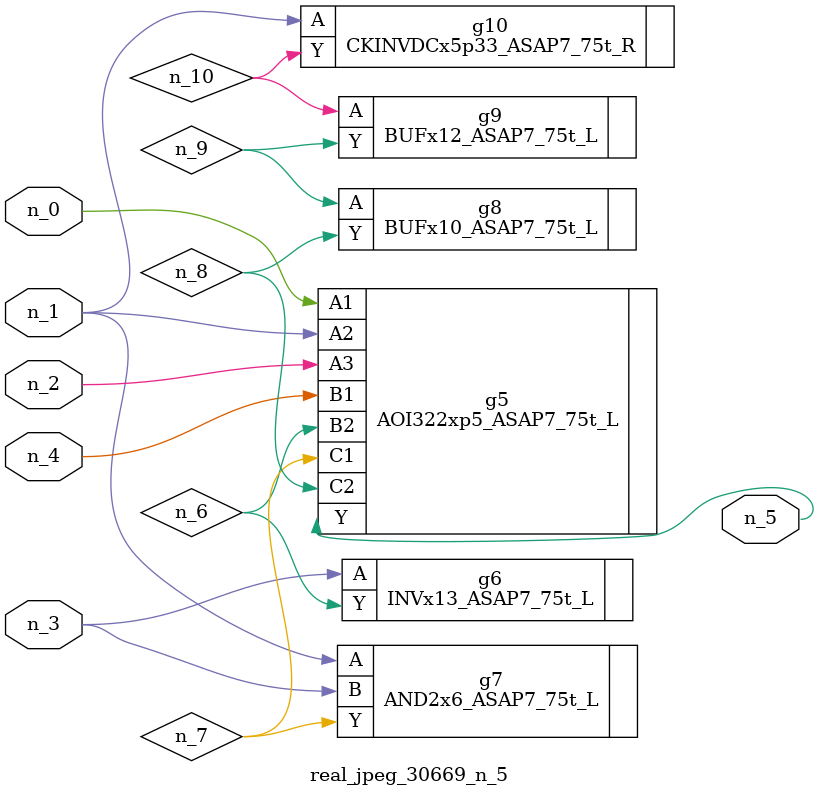
<source format=v>
module real_jpeg_30669_n_5 (n_4, n_0, n_1, n_2, n_3, n_5);

input n_4;
input n_0;
input n_1;
input n_2;
input n_3;

output n_5;

wire n_8;
wire n_6;
wire n_7;
wire n_10;
wire n_9;

AOI322xp5_ASAP7_75t_L g5 ( 
.A1(n_0),
.A2(n_1),
.A3(n_2),
.B1(n_4),
.B2(n_6),
.C1(n_7),
.C2(n_8),
.Y(n_5)
);

AND2x6_ASAP7_75t_L g7 ( 
.A(n_1),
.B(n_3),
.Y(n_7)
);

CKINVDCx5p33_ASAP7_75t_R g10 ( 
.A(n_1),
.Y(n_10)
);

INVx13_ASAP7_75t_L g6 ( 
.A(n_3),
.Y(n_6)
);

BUFx10_ASAP7_75t_L g8 ( 
.A(n_9),
.Y(n_8)
);

BUFx12_ASAP7_75t_L g9 ( 
.A(n_10),
.Y(n_9)
);


endmodule
</source>
